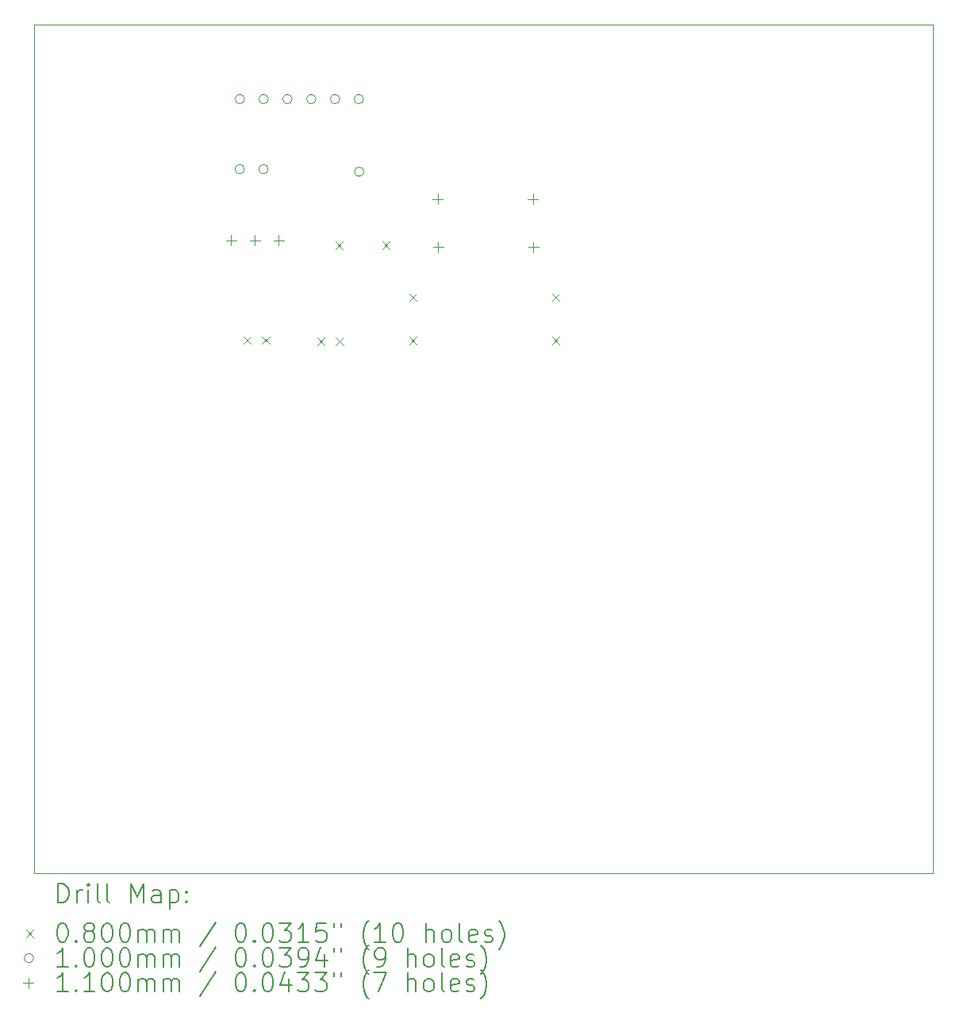
<source format=gbr>
%TF.GenerationSoftware,KiCad,Pcbnew,8.0.3*%
%TF.CreationDate,2024-06-12T06:35:09+01:00*%
%TF.ProjectId,power_sources,706f7765-725f-4736-9f75-726365732e6b,rev?*%
%TF.SameCoordinates,Original*%
%TF.FileFunction,Drillmap*%
%TF.FilePolarity,Positive*%
%FSLAX45Y45*%
G04 Gerber Fmt 4.5, Leading zero omitted, Abs format (unit mm)*
G04 Created by KiCad (PCBNEW 8.0.3) date 2024-06-12 06:35:09*
%MOMM*%
%LPD*%
G01*
G04 APERTURE LIST*
%ADD10C,0.050000*%
%ADD11C,0.200000*%
%ADD12C,0.100000*%
%ADD13C,0.110000*%
G04 APERTURE END LIST*
D10*
X9003000Y-3988000D02*
X18601000Y-3988000D01*
X18601000Y-13043000D01*
X9003000Y-13043000D01*
X9003000Y-3988000D01*
D11*
D12*
X11237490Y-7318000D02*
X11317490Y-7398000D01*
X11317490Y-7318000D02*
X11237490Y-7398000D01*
X11437490Y-7318000D02*
X11517490Y-7398000D01*
X11517490Y-7318000D02*
X11437490Y-7398000D01*
X12025000Y-7329000D02*
X12105000Y-7409000D01*
X12105000Y-7329000D02*
X12025000Y-7409000D01*
X12221000Y-6307000D02*
X12301000Y-6387000D01*
X12301000Y-6307000D02*
X12221000Y-6387000D01*
X12225000Y-7329000D02*
X12305000Y-7409000D01*
X12305000Y-7329000D02*
X12225000Y-7409000D01*
X12721000Y-6307000D02*
X12801000Y-6387000D01*
X12801000Y-6307000D02*
X12721000Y-6387000D01*
X13008000Y-7321000D02*
X13088000Y-7401000D01*
X13088000Y-7321000D02*
X13008000Y-7401000D01*
X13009000Y-6860000D02*
X13089000Y-6940000D01*
X13089000Y-6860000D02*
X13009000Y-6940000D01*
X14532000Y-7321000D02*
X14612000Y-7401000D01*
X14612000Y-7321000D02*
X14532000Y-7401000D01*
X14533000Y-6860000D02*
X14613000Y-6940000D01*
X14613000Y-6860000D02*
X14533000Y-6940000D01*
X11250000Y-5534500D02*
G75*
G02*
X11150000Y-5534500I-50000J0D01*
G01*
X11150000Y-5534500D02*
G75*
G02*
X11250000Y-5534500I50000J0D01*
G01*
X11251000Y-4786000D02*
G75*
G02*
X11151000Y-4786000I-50000J0D01*
G01*
X11151000Y-4786000D02*
G75*
G02*
X11251000Y-4786000I50000J0D01*
G01*
X11504000Y-5534500D02*
G75*
G02*
X11404000Y-5534500I-50000J0D01*
G01*
X11404000Y-5534500D02*
G75*
G02*
X11504000Y-5534500I50000J0D01*
G01*
X11505000Y-4786000D02*
G75*
G02*
X11405000Y-4786000I-50000J0D01*
G01*
X11405000Y-4786000D02*
G75*
G02*
X11505000Y-4786000I50000J0D01*
G01*
X11759000Y-4786000D02*
G75*
G02*
X11659000Y-4786000I-50000J0D01*
G01*
X11659000Y-4786000D02*
G75*
G02*
X11759000Y-4786000I50000J0D01*
G01*
X12013000Y-4786000D02*
G75*
G02*
X11913000Y-4786000I-50000J0D01*
G01*
X11913000Y-4786000D02*
G75*
G02*
X12013000Y-4786000I50000J0D01*
G01*
X12267000Y-4786000D02*
G75*
G02*
X12167000Y-4786000I-50000J0D01*
G01*
X12167000Y-4786000D02*
G75*
G02*
X12267000Y-4786000I50000J0D01*
G01*
X12521000Y-4786000D02*
G75*
G02*
X12421000Y-4786000I-50000J0D01*
G01*
X12421000Y-4786000D02*
G75*
G02*
X12521000Y-4786000I50000J0D01*
G01*
X12525000Y-5561000D02*
G75*
G02*
X12425000Y-5561000I-50000J0D01*
G01*
X12425000Y-5561000D02*
G75*
G02*
X12525000Y-5561000I50000J0D01*
G01*
D13*
X11106000Y-6236000D02*
X11106000Y-6346000D01*
X11051000Y-6291000D02*
X11161000Y-6291000D01*
X11360000Y-6236000D02*
X11360000Y-6346000D01*
X11305000Y-6291000D02*
X11415000Y-6291000D01*
X11614000Y-6236000D02*
X11614000Y-6346000D01*
X11559000Y-6291000D02*
X11669000Y-6291000D01*
X13313000Y-5799000D02*
X13313000Y-5909000D01*
X13258000Y-5854000D02*
X13368000Y-5854000D01*
X13319000Y-6311000D02*
X13319000Y-6421000D01*
X13264000Y-6366000D02*
X13374000Y-6366000D01*
X14329000Y-5799000D02*
X14329000Y-5909000D01*
X14274000Y-5854000D02*
X14384000Y-5854000D01*
X14335000Y-6311000D02*
X14335000Y-6421000D01*
X14280000Y-6366000D02*
X14390000Y-6366000D01*
D11*
X9261277Y-13356984D02*
X9261277Y-13156984D01*
X9261277Y-13156984D02*
X9308896Y-13156984D01*
X9308896Y-13156984D02*
X9337467Y-13166508D01*
X9337467Y-13166508D02*
X9356515Y-13185555D01*
X9356515Y-13185555D02*
X9366039Y-13204603D01*
X9366039Y-13204603D02*
X9375563Y-13242698D01*
X9375563Y-13242698D02*
X9375563Y-13271269D01*
X9375563Y-13271269D02*
X9366039Y-13309365D01*
X9366039Y-13309365D02*
X9356515Y-13328412D01*
X9356515Y-13328412D02*
X9337467Y-13347460D01*
X9337467Y-13347460D02*
X9308896Y-13356984D01*
X9308896Y-13356984D02*
X9261277Y-13356984D01*
X9461277Y-13356984D02*
X9461277Y-13223650D01*
X9461277Y-13261746D02*
X9470801Y-13242698D01*
X9470801Y-13242698D02*
X9480324Y-13233174D01*
X9480324Y-13233174D02*
X9499372Y-13223650D01*
X9499372Y-13223650D02*
X9518420Y-13223650D01*
X9585086Y-13356984D02*
X9585086Y-13223650D01*
X9585086Y-13156984D02*
X9575563Y-13166508D01*
X9575563Y-13166508D02*
X9585086Y-13176031D01*
X9585086Y-13176031D02*
X9594610Y-13166508D01*
X9594610Y-13166508D02*
X9585086Y-13156984D01*
X9585086Y-13156984D02*
X9585086Y-13176031D01*
X9708896Y-13356984D02*
X9689848Y-13347460D01*
X9689848Y-13347460D02*
X9680324Y-13328412D01*
X9680324Y-13328412D02*
X9680324Y-13156984D01*
X9813658Y-13356984D02*
X9794610Y-13347460D01*
X9794610Y-13347460D02*
X9785086Y-13328412D01*
X9785086Y-13328412D02*
X9785086Y-13156984D01*
X10042229Y-13356984D02*
X10042229Y-13156984D01*
X10042229Y-13156984D02*
X10108896Y-13299841D01*
X10108896Y-13299841D02*
X10175563Y-13156984D01*
X10175563Y-13156984D02*
X10175563Y-13356984D01*
X10356515Y-13356984D02*
X10356515Y-13252222D01*
X10356515Y-13252222D02*
X10346991Y-13233174D01*
X10346991Y-13233174D02*
X10327944Y-13223650D01*
X10327944Y-13223650D02*
X10289848Y-13223650D01*
X10289848Y-13223650D02*
X10270801Y-13233174D01*
X10356515Y-13347460D02*
X10337467Y-13356984D01*
X10337467Y-13356984D02*
X10289848Y-13356984D01*
X10289848Y-13356984D02*
X10270801Y-13347460D01*
X10270801Y-13347460D02*
X10261277Y-13328412D01*
X10261277Y-13328412D02*
X10261277Y-13309365D01*
X10261277Y-13309365D02*
X10270801Y-13290317D01*
X10270801Y-13290317D02*
X10289848Y-13280793D01*
X10289848Y-13280793D02*
X10337467Y-13280793D01*
X10337467Y-13280793D02*
X10356515Y-13271269D01*
X10451753Y-13223650D02*
X10451753Y-13423650D01*
X10451753Y-13233174D02*
X10470801Y-13223650D01*
X10470801Y-13223650D02*
X10508896Y-13223650D01*
X10508896Y-13223650D02*
X10527944Y-13233174D01*
X10527944Y-13233174D02*
X10537467Y-13242698D01*
X10537467Y-13242698D02*
X10546991Y-13261746D01*
X10546991Y-13261746D02*
X10546991Y-13318888D01*
X10546991Y-13318888D02*
X10537467Y-13337936D01*
X10537467Y-13337936D02*
X10527944Y-13347460D01*
X10527944Y-13347460D02*
X10508896Y-13356984D01*
X10508896Y-13356984D02*
X10470801Y-13356984D01*
X10470801Y-13356984D02*
X10451753Y-13347460D01*
X10632705Y-13337936D02*
X10642229Y-13347460D01*
X10642229Y-13347460D02*
X10632705Y-13356984D01*
X10632705Y-13356984D02*
X10623182Y-13347460D01*
X10623182Y-13347460D02*
X10632705Y-13337936D01*
X10632705Y-13337936D02*
X10632705Y-13356984D01*
X10632705Y-13233174D02*
X10642229Y-13242698D01*
X10642229Y-13242698D02*
X10632705Y-13252222D01*
X10632705Y-13252222D02*
X10623182Y-13242698D01*
X10623182Y-13242698D02*
X10632705Y-13233174D01*
X10632705Y-13233174D02*
X10632705Y-13252222D01*
D12*
X8920500Y-13645500D02*
X9000500Y-13725500D01*
X9000500Y-13645500D02*
X8920500Y-13725500D01*
D11*
X9299372Y-13576984D02*
X9318420Y-13576984D01*
X9318420Y-13576984D02*
X9337467Y-13586508D01*
X9337467Y-13586508D02*
X9346991Y-13596031D01*
X9346991Y-13596031D02*
X9356515Y-13615079D01*
X9356515Y-13615079D02*
X9366039Y-13653174D01*
X9366039Y-13653174D02*
X9366039Y-13700793D01*
X9366039Y-13700793D02*
X9356515Y-13738888D01*
X9356515Y-13738888D02*
X9346991Y-13757936D01*
X9346991Y-13757936D02*
X9337467Y-13767460D01*
X9337467Y-13767460D02*
X9318420Y-13776984D01*
X9318420Y-13776984D02*
X9299372Y-13776984D01*
X9299372Y-13776984D02*
X9280324Y-13767460D01*
X9280324Y-13767460D02*
X9270801Y-13757936D01*
X9270801Y-13757936D02*
X9261277Y-13738888D01*
X9261277Y-13738888D02*
X9251753Y-13700793D01*
X9251753Y-13700793D02*
X9251753Y-13653174D01*
X9251753Y-13653174D02*
X9261277Y-13615079D01*
X9261277Y-13615079D02*
X9270801Y-13596031D01*
X9270801Y-13596031D02*
X9280324Y-13586508D01*
X9280324Y-13586508D02*
X9299372Y-13576984D01*
X9451753Y-13757936D02*
X9461277Y-13767460D01*
X9461277Y-13767460D02*
X9451753Y-13776984D01*
X9451753Y-13776984D02*
X9442229Y-13767460D01*
X9442229Y-13767460D02*
X9451753Y-13757936D01*
X9451753Y-13757936D02*
X9451753Y-13776984D01*
X9575563Y-13662698D02*
X9556515Y-13653174D01*
X9556515Y-13653174D02*
X9546991Y-13643650D01*
X9546991Y-13643650D02*
X9537467Y-13624603D01*
X9537467Y-13624603D02*
X9537467Y-13615079D01*
X9537467Y-13615079D02*
X9546991Y-13596031D01*
X9546991Y-13596031D02*
X9556515Y-13586508D01*
X9556515Y-13586508D02*
X9575563Y-13576984D01*
X9575563Y-13576984D02*
X9613658Y-13576984D01*
X9613658Y-13576984D02*
X9632705Y-13586508D01*
X9632705Y-13586508D02*
X9642229Y-13596031D01*
X9642229Y-13596031D02*
X9651753Y-13615079D01*
X9651753Y-13615079D02*
X9651753Y-13624603D01*
X9651753Y-13624603D02*
X9642229Y-13643650D01*
X9642229Y-13643650D02*
X9632705Y-13653174D01*
X9632705Y-13653174D02*
X9613658Y-13662698D01*
X9613658Y-13662698D02*
X9575563Y-13662698D01*
X9575563Y-13662698D02*
X9556515Y-13672222D01*
X9556515Y-13672222D02*
X9546991Y-13681746D01*
X9546991Y-13681746D02*
X9537467Y-13700793D01*
X9537467Y-13700793D02*
X9537467Y-13738888D01*
X9537467Y-13738888D02*
X9546991Y-13757936D01*
X9546991Y-13757936D02*
X9556515Y-13767460D01*
X9556515Y-13767460D02*
X9575563Y-13776984D01*
X9575563Y-13776984D02*
X9613658Y-13776984D01*
X9613658Y-13776984D02*
X9632705Y-13767460D01*
X9632705Y-13767460D02*
X9642229Y-13757936D01*
X9642229Y-13757936D02*
X9651753Y-13738888D01*
X9651753Y-13738888D02*
X9651753Y-13700793D01*
X9651753Y-13700793D02*
X9642229Y-13681746D01*
X9642229Y-13681746D02*
X9632705Y-13672222D01*
X9632705Y-13672222D02*
X9613658Y-13662698D01*
X9775563Y-13576984D02*
X9794610Y-13576984D01*
X9794610Y-13576984D02*
X9813658Y-13586508D01*
X9813658Y-13586508D02*
X9823182Y-13596031D01*
X9823182Y-13596031D02*
X9832705Y-13615079D01*
X9832705Y-13615079D02*
X9842229Y-13653174D01*
X9842229Y-13653174D02*
X9842229Y-13700793D01*
X9842229Y-13700793D02*
X9832705Y-13738888D01*
X9832705Y-13738888D02*
X9823182Y-13757936D01*
X9823182Y-13757936D02*
X9813658Y-13767460D01*
X9813658Y-13767460D02*
X9794610Y-13776984D01*
X9794610Y-13776984D02*
X9775563Y-13776984D01*
X9775563Y-13776984D02*
X9756515Y-13767460D01*
X9756515Y-13767460D02*
X9746991Y-13757936D01*
X9746991Y-13757936D02*
X9737467Y-13738888D01*
X9737467Y-13738888D02*
X9727944Y-13700793D01*
X9727944Y-13700793D02*
X9727944Y-13653174D01*
X9727944Y-13653174D02*
X9737467Y-13615079D01*
X9737467Y-13615079D02*
X9746991Y-13596031D01*
X9746991Y-13596031D02*
X9756515Y-13586508D01*
X9756515Y-13586508D02*
X9775563Y-13576984D01*
X9966039Y-13576984D02*
X9985086Y-13576984D01*
X9985086Y-13576984D02*
X10004134Y-13586508D01*
X10004134Y-13586508D02*
X10013658Y-13596031D01*
X10013658Y-13596031D02*
X10023182Y-13615079D01*
X10023182Y-13615079D02*
X10032705Y-13653174D01*
X10032705Y-13653174D02*
X10032705Y-13700793D01*
X10032705Y-13700793D02*
X10023182Y-13738888D01*
X10023182Y-13738888D02*
X10013658Y-13757936D01*
X10013658Y-13757936D02*
X10004134Y-13767460D01*
X10004134Y-13767460D02*
X9985086Y-13776984D01*
X9985086Y-13776984D02*
X9966039Y-13776984D01*
X9966039Y-13776984D02*
X9946991Y-13767460D01*
X9946991Y-13767460D02*
X9937467Y-13757936D01*
X9937467Y-13757936D02*
X9927944Y-13738888D01*
X9927944Y-13738888D02*
X9918420Y-13700793D01*
X9918420Y-13700793D02*
X9918420Y-13653174D01*
X9918420Y-13653174D02*
X9927944Y-13615079D01*
X9927944Y-13615079D02*
X9937467Y-13596031D01*
X9937467Y-13596031D02*
X9946991Y-13586508D01*
X9946991Y-13586508D02*
X9966039Y-13576984D01*
X10118420Y-13776984D02*
X10118420Y-13643650D01*
X10118420Y-13662698D02*
X10127944Y-13653174D01*
X10127944Y-13653174D02*
X10146991Y-13643650D01*
X10146991Y-13643650D02*
X10175563Y-13643650D01*
X10175563Y-13643650D02*
X10194610Y-13653174D01*
X10194610Y-13653174D02*
X10204134Y-13672222D01*
X10204134Y-13672222D02*
X10204134Y-13776984D01*
X10204134Y-13672222D02*
X10213658Y-13653174D01*
X10213658Y-13653174D02*
X10232705Y-13643650D01*
X10232705Y-13643650D02*
X10261277Y-13643650D01*
X10261277Y-13643650D02*
X10280325Y-13653174D01*
X10280325Y-13653174D02*
X10289848Y-13672222D01*
X10289848Y-13672222D02*
X10289848Y-13776984D01*
X10385086Y-13776984D02*
X10385086Y-13643650D01*
X10385086Y-13662698D02*
X10394610Y-13653174D01*
X10394610Y-13653174D02*
X10413658Y-13643650D01*
X10413658Y-13643650D02*
X10442229Y-13643650D01*
X10442229Y-13643650D02*
X10461277Y-13653174D01*
X10461277Y-13653174D02*
X10470801Y-13672222D01*
X10470801Y-13672222D02*
X10470801Y-13776984D01*
X10470801Y-13672222D02*
X10480325Y-13653174D01*
X10480325Y-13653174D02*
X10499372Y-13643650D01*
X10499372Y-13643650D02*
X10527944Y-13643650D01*
X10527944Y-13643650D02*
X10546991Y-13653174D01*
X10546991Y-13653174D02*
X10556515Y-13672222D01*
X10556515Y-13672222D02*
X10556515Y-13776984D01*
X10946991Y-13567460D02*
X10775563Y-13824603D01*
X11204134Y-13576984D02*
X11223182Y-13576984D01*
X11223182Y-13576984D02*
X11242229Y-13586508D01*
X11242229Y-13586508D02*
X11251753Y-13596031D01*
X11251753Y-13596031D02*
X11261277Y-13615079D01*
X11261277Y-13615079D02*
X11270801Y-13653174D01*
X11270801Y-13653174D02*
X11270801Y-13700793D01*
X11270801Y-13700793D02*
X11261277Y-13738888D01*
X11261277Y-13738888D02*
X11251753Y-13757936D01*
X11251753Y-13757936D02*
X11242229Y-13767460D01*
X11242229Y-13767460D02*
X11223182Y-13776984D01*
X11223182Y-13776984D02*
X11204134Y-13776984D01*
X11204134Y-13776984D02*
X11185086Y-13767460D01*
X11185086Y-13767460D02*
X11175563Y-13757936D01*
X11175563Y-13757936D02*
X11166039Y-13738888D01*
X11166039Y-13738888D02*
X11156515Y-13700793D01*
X11156515Y-13700793D02*
X11156515Y-13653174D01*
X11156515Y-13653174D02*
X11166039Y-13615079D01*
X11166039Y-13615079D02*
X11175563Y-13596031D01*
X11175563Y-13596031D02*
X11185086Y-13586508D01*
X11185086Y-13586508D02*
X11204134Y-13576984D01*
X11356515Y-13757936D02*
X11366039Y-13767460D01*
X11366039Y-13767460D02*
X11356515Y-13776984D01*
X11356515Y-13776984D02*
X11346991Y-13767460D01*
X11346991Y-13767460D02*
X11356515Y-13757936D01*
X11356515Y-13757936D02*
X11356515Y-13776984D01*
X11489848Y-13576984D02*
X11508896Y-13576984D01*
X11508896Y-13576984D02*
X11527944Y-13586508D01*
X11527944Y-13586508D02*
X11537467Y-13596031D01*
X11537467Y-13596031D02*
X11546991Y-13615079D01*
X11546991Y-13615079D02*
X11556515Y-13653174D01*
X11556515Y-13653174D02*
X11556515Y-13700793D01*
X11556515Y-13700793D02*
X11546991Y-13738888D01*
X11546991Y-13738888D02*
X11537467Y-13757936D01*
X11537467Y-13757936D02*
X11527944Y-13767460D01*
X11527944Y-13767460D02*
X11508896Y-13776984D01*
X11508896Y-13776984D02*
X11489848Y-13776984D01*
X11489848Y-13776984D02*
X11470801Y-13767460D01*
X11470801Y-13767460D02*
X11461277Y-13757936D01*
X11461277Y-13757936D02*
X11451753Y-13738888D01*
X11451753Y-13738888D02*
X11442229Y-13700793D01*
X11442229Y-13700793D02*
X11442229Y-13653174D01*
X11442229Y-13653174D02*
X11451753Y-13615079D01*
X11451753Y-13615079D02*
X11461277Y-13596031D01*
X11461277Y-13596031D02*
X11470801Y-13586508D01*
X11470801Y-13586508D02*
X11489848Y-13576984D01*
X11623182Y-13576984D02*
X11746991Y-13576984D01*
X11746991Y-13576984D02*
X11680325Y-13653174D01*
X11680325Y-13653174D02*
X11708896Y-13653174D01*
X11708896Y-13653174D02*
X11727944Y-13662698D01*
X11727944Y-13662698D02*
X11737467Y-13672222D01*
X11737467Y-13672222D02*
X11746991Y-13691269D01*
X11746991Y-13691269D02*
X11746991Y-13738888D01*
X11746991Y-13738888D02*
X11737467Y-13757936D01*
X11737467Y-13757936D02*
X11727944Y-13767460D01*
X11727944Y-13767460D02*
X11708896Y-13776984D01*
X11708896Y-13776984D02*
X11651753Y-13776984D01*
X11651753Y-13776984D02*
X11632706Y-13767460D01*
X11632706Y-13767460D02*
X11623182Y-13757936D01*
X11937467Y-13776984D02*
X11823182Y-13776984D01*
X11880325Y-13776984D02*
X11880325Y-13576984D01*
X11880325Y-13576984D02*
X11861277Y-13605555D01*
X11861277Y-13605555D02*
X11842229Y-13624603D01*
X11842229Y-13624603D02*
X11823182Y-13634127D01*
X12118420Y-13576984D02*
X12023182Y-13576984D01*
X12023182Y-13576984D02*
X12013658Y-13672222D01*
X12013658Y-13672222D02*
X12023182Y-13662698D01*
X12023182Y-13662698D02*
X12042229Y-13653174D01*
X12042229Y-13653174D02*
X12089848Y-13653174D01*
X12089848Y-13653174D02*
X12108896Y-13662698D01*
X12108896Y-13662698D02*
X12118420Y-13672222D01*
X12118420Y-13672222D02*
X12127944Y-13691269D01*
X12127944Y-13691269D02*
X12127944Y-13738888D01*
X12127944Y-13738888D02*
X12118420Y-13757936D01*
X12118420Y-13757936D02*
X12108896Y-13767460D01*
X12108896Y-13767460D02*
X12089848Y-13776984D01*
X12089848Y-13776984D02*
X12042229Y-13776984D01*
X12042229Y-13776984D02*
X12023182Y-13767460D01*
X12023182Y-13767460D02*
X12013658Y-13757936D01*
X12204134Y-13576984D02*
X12204134Y-13615079D01*
X12280325Y-13576984D02*
X12280325Y-13615079D01*
X12575563Y-13853174D02*
X12566039Y-13843650D01*
X12566039Y-13843650D02*
X12546991Y-13815079D01*
X12546991Y-13815079D02*
X12537468Y-13796031D01*
X12537468Y-13796031D02*
X12527944Y-13767460D01*
X12527944Y-13767460D02*
X12518420Y-13719841D01*
X12518420Y-13719841D02*
X12518420Y-13681746D01*
X12518420Y-13681746D02*
X12527944Y-13634127D01*
X12527944Y-13634127D02*
X12537468Y-13605555D01*
X12537468Y-13605555D02*
X12546991Y-13586508D01*
X12546991Y-13586508D02*
X12566039Y-13557936D01*
X12566039Y-13557936D02*
X12575563Y-13548412D01*
X12756515Y-13776984D02*
X12642229Y-13776984D01*
X12699372Y-13776984D02*
X12699372Y-13576984D01*
X12699372Y-13576984D02*
X12680325Y-13605555D01*
X12680325Y-13605555D02*
X12661277Y-13624603D01*
X12661277Y-13624603D02*
X12642229Y-13634127D01*
X12880325Y-13576984D02*
X12899372Y-13576984D01*
X12899372Y-13576984D02*
X12918420Y-13586508D01*
X12918420Y-13586508D02*
X12927944Y-13596031D01*
X12927944Y-13596031D02*
X12937468Y-13615079D01*
X12937468Y-13615079D02*
X12946991Y-13653174D01*
X12946991Y-13653174D02*
X12946991Y-13700793D01*
X12946991Y-13700793D02*
X12937468Y-13738888D01*
X12937468Y-13738888D02*
X12927944Y-13757936D01*
X12927944Y-13757936D02*
X12918420Y-13767460D01*
X12918420Y-13767460D02*
X12899372Y-13776984D01*
X12899372Y-13776984D02*
X12880325Y-13776984D01*
X12880325Y-13776984D02*
X12861277Y-13767460D01*
X12861277Y-13767460D02*
X12851753Y-13757936D01*
X12851753Y-13757936D02*
X12842229Y-13738888D01*
X12842229Y-13738888D02*
X12832706Y-13700793D01*
X12832706Y-13700793D02*
X12832706Y-13653174D01*
X12832706Y-13653174D02*
X12842229Y-13615079D01*
X12842229Y-13615079D02*
X12851753Y-13596031D01*
X12851753Y-13596031D02*
X12861277Y-13586508D01*
X12861277Y-13586508D02*
X12880325Y-13576984D01*
X13185087Y-13776984D02*
X13185087Y-13576984D01*
X13270801Y-13776984D02*
X13270801Y-13672222D01*
X13270801Y-13672222D02*
X13261277Y-13653174D01*
X13261277Y-13653174D02*
X13242230Y-13643650D01*
X13242230Y-13643650D02*
X13213658Y-13643650D01*
X13213658Y-13643650D02*
X13194610Y-13653174D01*
X13194610Y-13653174D02*
X13185087Y-13662698D01*
X13394610Y-13776984D02*
X13375563Y-13767460D01*
X13375563Y-13767460D02*
X13366039Y-13757936D01*
X13366039Y-13757936D02*
X13356515Y-13738888D01*
X13356515Y-13738888D02*
X13356515Y-13681746D01*
X13356515Y-13681746D02*
X13366039Y-13662698D01*
X13366039Y-13662698D02*
X13375563Y-13653174D01*
X13375563Y-13653174D02*
X13394610Y-13643650D01*
X13394610Y-13643650D02*
X13423182Y-13643650D01*
X13423182Y-13643650D02*
X13442230Y-13653174D01*
X13442230Y-13653174D02*
X13451753Y-13662698D01*
X13451753Y-13662698D02*
X13461277Y-13681746D01*
X13461277Y-13681746D02*
X13461277Y-13738888D01*
X13461277Y-13738888D02*
X13451753Y-13757936D01*
X13451753Y-13757936D02*
X13442230Y-13767460D01*
X13442230Y-13767460D02*
X13423182Y-13776984D01*
X13423182Y-13776984D02*
X13394610Y-13776984D01*
X13575563Y-13776984D02*
X13556515Y-13767460D01*
X13556515Y-13767460D02*
X13546991Y-13748412D01*
X13546991Y-13748412D02*
X13546991Y-13576984D01*
X13727944Y-13767460D02*
X13708896Y-13776984D01*
X13708896Y-13776984D02*
X13670801Y-13776984D01*
X13670801Y-13776984D02*
X13651753Y-13767460D01*
X13651753Y-13767460D02*
X13642230Y-13748412D01*
X13642230Y-13748412D02*
X13642230Y-13672222D01*
X13642230Y-13672222D02*
X13651753Y-13653174D01*
X13651753Y-13653174D02*
X13670801Y-13643650D01*
X13670801Y-13643650D02*
X13708896Y-13643650D01*
X13708896Y-13643650D02*
X13727944Y-13653174D01*
X13727944Y-13653174D02*
X13737468Y-13672222D01*
X13737468Y-13672222D02*
X13737468Y-13691269D01*
X13737468Y-13691269D02*
X13642230Y-13710317D01*
X13813658Y-13767460D02*
X13832706Y-13776984D01*
X13832706Y-13776984D02*
X13870801Y-13776984D01*
X13870801Y-13776984D02*
X13889849Y-13767460D01*
X13889849Y-13767460D02*
X13899372Y-13748412D01*
X13899372Y-13748412D02*
X13899372Y-13738888D01*
X13899372Y-13738888D02*
X13889849Y-13719841D01*
X13889849Y-13719841D02*
X13870801Y-13710317D01*
X13870801Y-13710317D02*
X13842230Y-13710317D01*
X13842230Y-13710317D02*
X13823182Y-13700793D01*
X13823182Y-13700793D02*
X13813658Y-13681746D01*
X13813658Y-13681746D02*
X13813658Y-13672222D01*
X13813658Y-13672222D02*
X13823182Y-13653174D01*
X13823182Y-13653174D02*
X13842230Y-13643650D01*
X13842230Y-13643650D02*
X13870801Y-13643650D01*
X13870801Y-13643650D02*
X13889849Y-13653174D01*
X13966039Y-13853174D02*
X13975563Y-13843650D01*
X13975563Y-13843650D02*
X13994611Y-13815079D01*
X13994611Y-13815079D02*
X14004134Y-13796031D01*
X14004134Y-13796031D02*
X14013658Y-13767460D01*
X14013658Y-13767460D02*
X14023182Y-13719841D01*
X14023182Y-13719841D02*
X14023182Y-13681746D01*
X14023182Y-13681746D02*
X14013658Y-13634127D01*
X14013658Y-13634127D02*
X14004134Y-13605555D01*
X14004134Y-13605555D02*
X13994611Y-13586508D01*
X13994611Y-13586508D02*
X13975563Y-13557936D01*
X13975563Y-13557936D02*
X13966039Y-13548412D01*
D12*
X9000500Y-13949500D02*
G75*
G02*
X8900500Y-13949500I-50000J0D01*
G01*
X8900500Y-13949500D02*
G75*
G02*
X9000500Y-13949500I50000J0D01*
G01*
D11*
X9366039Y-14040984D02*
X9251753Y-14040984D01*
X9308896Y-14040984D02*
X9308896Y-13840984D01*
X9308896Y-13840984D02*
X9289848Y-13869555D01*
X9289848Y-13869555D02*
X9270801Y-13888603D01*
X9270801Y-13888603D02*
X9251753Y-13898127D01*
X9451753Y-14021936D02*
X9461277Y-14031460D01*
X9461277Y-14031460D02*
X9451753Y-14040984D01*
X9451753Y-14040984D02*
X9442229Y-14031460D01*
X9442229Y-14031460D02*
X9451753Y-14021936D01*
X9451753Y-14021936D02*
X9451753Y-14040984D01*
X9585086Y-13840984D02*
X9604134Y-13840984D01*
X9604134Y-13840984D02*
X9623182Y-13850508D01*
X9623182Y-13850508D02*
X9632705Y-13860031D01*
X9632705Y-13860031D02*
X9642229Y-13879079D01*
X9642229Y-13879079D02*
X9651753Y-13917174D01*
X9651753Y-13917174D02*
X9651753Y-13964793D01*
X9651753Y-13964793D02*
X9642229Y-14002888D01*
X9642229Y-14002888D02*
X9632705Y-14021936D01*
X9632705Y-14021936D02*
X9623182Y-14031460D01*
X9623182Y-14031460D02*
X9604134Y-14040984D01*
X9604134Y-14040984D02*
X9585086Y-14040984D01*
X9585086Y-14040984D02*
X9566039Y-14031460D01*
X9566039Y-14031460D02*
X9556515Y-14021936D01*
X9556515Y-14021936D02*
X9546991Y-14002888D01*
X9546991Y-14002888D02*
X9537467Y-13964793D01*
X9537467Y-13964793D02*
X9537467Y-13917174D01*
X9537467Y-13917174D02*
X9546991Y-13879079D01*
X9546991Y-13879079D02*
X9556515Y-13860031D01*
X9556515Y-13860031D02*
X9566039Y-13850508D01*
X9566039Y-13850508D02*
X9585086Y-13840984D01*
X9775563Y-13840984D02*
X9794610Y-13840984D01*
X9794610Y-13840984D02*
X9813658Y-13850508D01*
X9813658Y-13850508D02*
X9823182Y-13860031D01*
X9823182Y-13860031D02*
X9832705Y-13879079D01*
X9832705Y-13879079D02*
X9842229Y-13917174D01*
X9842229Y-13917174D02*
X9842229Y-13964793D01*
X9842229Y-13964793D02*
X9832705Y-14002888D01*
X9832705Y-14002888D02*
X9823182Y-14021936D01*
X9823182Y-14021936D02*
X9813658Y-14031460D01*
X9813658Y-14031460D02*
X9794610Y-14040984D01*
X9794610Y-14040984D02*
X9775563Y-14040984D01*
X9775563Y-14040984D02*
X9756515Y-14031460D01*
X9756515Y-14031460D02*
X9746991Y-14021936D01*
X9746991Y-14021936D02*
X9737467Y-14002888D01*
X9737467Y-14002888D02*
X9727944Y-13964793D01*
X9727944Y-13964793D02*
X9727944Y-13917174D01*
X9727944Y-13917174D02*
X9737467Y-13879079D01*
X9737467Y-13879079D02*
X9746991Y-13860031D01*
X9746991Y-13860031D02*
X9756515Y-13850508D01*
X9756515Y-13850508D02*
X9775563Y-13840984D01*
X9966039Y-13840984D02*
X9985086Y-13840984D01*
X9985086Y-13840984D02*
X10004134Y-13850508D01*
X10004134Y-13850508D02*
X10013658Y-13860031D01*
X10013658Y-13860031D02*
X10023182Y-13879079D01*
X10023182Y-13879079D02*
X10032705Y-13917174D01*
X10032705Y-13917174D02*
X10032705Y-13964793D01*
X10032705Y-13964793D02*
X10023182Y-14002888D01*
X10023182Y-14002888D02*
X10013658Y-14021936D01*
X10013658Y-14021936D02*
X10004134Y-14031460D01*
X10004134Y-14031460D02*
X9985086Y-14040984D01*
X9985086Y-14040984D02*
X9966039Y-14040984D01*
X9966039Y-14040984D02*
X9946991Y-14031460D01*
X9946991Y-14031460D02*
X9937467Y-14021936D01*
X9937467Y-14021936D02*
X9927944Y-14002888D01*
X9927944Y-14002888D02*
X9918420Y-13964793D01*
X9918420Y-13964793D02*
X9918420Y-13917174D01*
X9918420Y-13917174D02*
X9927944Y-13879079D01*
X9927944Y-13879079D02*
X9937467Y-13860031D01*
X9937467Y-13860031D02*
X9946991Y-13850508D01*
X9946991Y-13850508D02*
X9966039Y-13840984D01*
X10118420Y-14040984D02*
X10118420Y-13907650D01*
X10118420Y-13926698D02*
X10127944Y-13917174D01*
X10127944Y-13917174D02*
X10146991Y-13907650D01*
X10146991Y-13907650D02*
X10175563Y-13907650D01*
X10175563Y-13907650D02*
X10194610Y-13917174D01*
X10194610Y-13917174D02*
X10204134Y-13936222D01*
X10204134Y-13936222D02*
X10204134Y-14040984D01*
X10204134Y-13936222D02*
X10213658Y-13917174D01*
X10213658Y-13917174D02*
X10232705Y-13907650D01*
X10232705Y-13907650D02*
X10261277Y-13907650D01*
X10261277Y-13907650D02*
X10280325Y-13917174D01*
X10280325Y-13917174D02*
X10289848Y-13936222D01*
X10289848Y-13936222D02*
X10289848Y-14040984D01*
X10385086Y-14040984D02*
X10385086Y-13907650D01*
X10385086Y-13926698D02*
X10394610Y-13917174D01*
X10394610Y-13917174D02*
X10413658Y-13907650D01*
X10413658Y-13907650D02*
X10442229Y-13907650D01*
X10442229Y-13907650D02*
X10461277Y-13917174D01*
X10461277Y-13917174D02*
X10470801Y-13936222D01*
X10470801Y-13936222D02*
X10470801Y-14040984D01*
X10470801Y-13936222D02*
X10480325Y-13917174D01*
X10480325Y-13917174D02*
X10499372Y-13907650D01*
X10499372Y-13907650D02*
X10527944Y-13907650D01*
X10527944Y-13907650D02*
X10546991Y-13917174D01*
X10546991Y-13917174D02*
X10556515Y-13936222D01*
X10556515Y-13936222D02*
X10556515Y-14040984D01*
X10946991Y-13831460D02*
X10775563Y-14088603D01*
X11204134Y-13840984D02*
X11223182Y-13840984D01*
X11223182Y-13840984D02*
X11242229Y-13850508D01*
X11242229Y-13850508D02*
X11251753Y-13860031D01*
X11251753Y-13860031D02*
X11261277Y-13879079D01*
X11261277Y-13879079D02*
X11270801Y-13917174D01*
X11270801Y-13917174D02*
X11270801Y-13964793D01*
X11270801Y-13964793D02*
X11261277Y-14002888D01*
X11261277Y-14002888D02*
X11251753Y-14021936D01*
X11251753Y-14021936D02*
X11242229Y-14031460D01*
X11242229Y-14031460D02*
X11223182Y-14040984D01*
X11223182Y-14040984D02*
X11204134Y-14040984D01*
X11204134Y-14040984D02*
X11185086Y-14031460D01*
X11185086Y-14031460D02*
X11175563Y-14021936D01*
X11175563Y-14021936D02*
X11166039Y-14002888D01*
X11166039Y-14002888D02*
X11156515Y-13964793D01*
X11156515Y-13964793D02*
X11156515Y-13917174D01*
X11156515Y-13917174D02*
X11166039Y-13879079D01*
X11166039Y-13879079D02*
X11175563Y-13860031D01*
X11175563Y-13860031D02*
X11185086Y-13850508D01*
X11185086Y-13850508D02*
X11204134Y-13840984D01*
X11356515Y-14021936D02*
X11366039Y-14031460D01*
X11366039Y-14031460D02*
X11356515Y-14040984D01*
X11356515Y-14040984D02*
X11346991Y-14031460D01*
X11346991Y-14031460D02*
X11356515Y-14021936D01*
X11356515Y-14021936D02*
X11356515Y-14040984D01*
X11489848Y-13840984D02*
X11508896Y-13840984D01*
X11508896Y-13840984D02*
X11527944Y-13850508D01*
X11527944Y-13850508D02*
X11537467Y-13860031D01*
X11537467Y-13860031D02*
X11546991Y-13879079D01*
X11546991Y-13879079D02*
X11556515Y-13917174D01*
X11556515Y-13917174D02*
X11556515Y-13964793D01*
X11556515Y-13964793D02*
X11546991Y-14002888D01*
X11546991Y-14002888D02*
X11537467Y-14021936D01*
X11537467Y-14021936D02*
X11527944Y-14031460D01*
X11527944Y-14031460D02*
X11508896Y-14040984D01*
X11508896Y-14040984D02*
X11489848Y-14040984D01*
X11489848Y-14040984D02*
X11470801Y-14031460D01*
X11470801Y-14031460D02*
X11461277Y-14021936D01*
X11461277Y-14021936D02*
X11451753Y-14002888D01*
X11451753Y-14002888D02*
X11442229Y-13964793D01*
X11442229Y-13964793D02*
X11442229Y-13917174D01*
X11442229Y-13917174D02*
X11451753Y-13879079D01*
X11451753Y-13879079D02*
X11461277Y-13860031D01*
X11461277Y-13860031D02*
X11470801Y-13850508D01*
X11470801Y-13850508D02*
X11489848Y-13840984D01*
X11623182Y-13840984D02*
X11746991Y-13840984D01*
X11746991Y-13840984D02*
X11680325Y-13917174D01*
X11680325Y-13917174D02*
X11708896Y-13917174D01*
X11708896Y-13917174D02*
X11727944Y-13926698D01*
X11727944Y-13926698D02*
X11737467Y-13936222D01*
X11737467Y-13936222D02*
X11746991Y-13955269D01*
X11746991Y-13955269D02*
X11746991Y-14002888D01*
X11746991Y-14002888D02*
X11737467Y-14021936D01*
X11737467Y-14021936D02*
X11727944Y-14031460D01*
X11727944Y-14031460D02*
X11708896Y-14040984D01*
X11708896Y-14040984D02*
X11651753Y-14040984D01*
X11651753Y-14040984D02*
X11632706Y-14031460D01*
X11632706Y-14031460D02*
X11623182Y-14021936D01*
X11842229Y-14040984D02*
X11880325Y-14040984D01*
X11880325Y-14040984D02*
X11899372Y-14031460D01*
X11899372Y-14031460D02*
X11908896Y-14021936D01*
X11908896Y-14021936D02*
X11927944Y-13993365D01*
X11927944Y-13993365D02*
X11937467Y-13955269D01*
X11937467Y-13955269D02*
X11937467Y-13879079D01*
X11937467Y-13879079D02*
X11927944Y-13860031D01*
X11927944Y-13860031D02*
X11918420Y-13850508D01*
X11918420Y-13850508D02*
X11899372Y-13840984D01*
X11899372Y-13840984D02*
X11861277Y-13840984D01*
X11861277Y-13840984D02*
X11842229Y-13850508D01*
X11842229Y-13850508D02*
X11832706Y-13860031D01*
X11832706Y-13860031D02*
X11823182Y-13879079D01*
X11823182Y-13879079D02*
X11823182Y-13926698D01*
X11823182Y-13926698D02*
X11832706Y-13945746D01*
X11832706Y-13945746D02*
X11842229Y-13955269D01*
X11842229Y-13955269D02*
X11861277Y-13964793D01*
X11861277Y-13964793D02*
X11899372Y-13964793D01*
X11899372Y-13964793D02*
X11918420Y-13955269D01*
X11918420Y-13955269D02*
X11927944Y-13945746D01*
X11927944Y-13945746D02*
X11937467Y-13926698D01*
X12108896Y-13907650D02*
X12108896Y-14040984D01*
X12061277Y-13831460D02*
X12013658Y-13974317D01*
X12013658Y-13974317D02*
X12137467Y-13974317D01*
X12204134Y-13840984D02*
X12204134Y-13879079D01*
X12280325Y-13840984D02*
X12280325Y-13879079D01*
X12575563Y-14117174D02*
X12566039Y-14107650D01*
X12566039Y-14107650D02*
X12546991Y-14079079D01*
X12546991Y-14079079D02*
X12537468Y-14060031D01*
X12537468Y-14060031D02*
X12527944Y-14031460D01*
X12527944Y-14031460D02*
X12518420Y-13983841D01*
X12518420Y-13983841D02*
X12518420Y-13945746D01*
X12518420Y-13945746D02*
X12527944Y-13898127D01*
X12527944Y-13898127D02*
X12537468Y-13869555D01*
X12537468Y-13869555D02*
X12546991Y-13850508D01*
X12546991Y-13850508D02*
X12566039Y-13821936D01*
X12566039Y-13821936D02*
X12575563Y-13812412D01*
X12661277Y-14040984D02*
X12699372Y-14040984D01*
X12699372Y-14040984D02*
X12718420Y-14031460D01*
X12718420Y-14031460D02*
X12727944Y-14021936D01*
X12727944Y-14021936D02*
X12746991Y-13993365D01*
X12746991Y-13993365D02*
X12756515Y-13955269D01*
X12756515Y-13955269D02*
X12756515Y-13879079D01*
X12756515Y-13879079D02*
X12746991Y-13860031D01*
X12746991Y-13860031D02*
X12737468Y-13850508D01*
X12737468Y-13850508D02*
X12718420Y-13840984D01*
X12718420Y-13840984D02*
X12680325Y-13840984D01*
X12680325Y-13840984D02*
X12661277Y-13850508D01*
X12661277Y-13850508D02*
X12651753Y-13860031D01*
X12651753Y-13860031D02*
X12642229Y-13879079D01*
X12642229Y-13879079D02*
X12642229Y-13926698D01*
X12642229Y-13926698D02*
X12651753Y-13945746D01*
X12651753Y-13945746D02*
X12661277Y-13955269D01*
X12661277Y-13955269D02*
X12680325Y-13964793D01*
X12680325Y-13964793D02*
X12718420Y-13964793D01*
X12718420Y-13964793D02*
X12737468Y-13955269D01*
X12737468Y-13955269D02*
X12746991Y-13945746D01*
X12746991Y-13945746D02*
X12756515Y-13926698D01*
X12994610Y-14040984D02*
X12994610Y-13840984D01*
X13080325Y-14040984D02*
X13080325Y-13936222D01*
X13080325Y-13936222D02*
X13070801Y-13917174D01*
X13070801Y-13917174D02*
X13051753Y-13907650D01*
X13051753Y-13907650D02*
X13023182Y-13907650D01*
X13023182Y-13907650D02*
X13004134Y-13917174D01*
X13004134Y-13917174D02*
X12994610Y-13926698D01*
X13204134Y-14040984D02*
X13185087Y-14031460D01*
X13185087Y-14031460D02*
X13175563Y-14021936D01*
X13175563Y-14021936D02*
X13166039Y-14002888D01*
X13166039Y-14002888D02*
X13166039Y-13945746D01*
X13166039Y-13945746D02*
X13175563Y-13926698D01*
X13175563Y-13926698D02*
X13185087Y-13917174D01*
X13185087Y-13917174D02*
X13204134Y-13907650D01*
X13204134Y-13907650D02*
X13232706Y-13907650D01*
X13232706Y-13907650D02*
X13251753Y-13917174D01*
X13251753Y-13917174D02*
X13261277Y-13926698D01*
X13261277Y-13926698D02*
X13270801Y-13945746D01*
X13270801Y-13945746D02*
X13270801Y-14002888D01*
X13270801Y-14002888D02*
X13261277Y-14021936D01*
X13261277Y-14021936D02*
X13251753Y-14031460D01*
X13251753Y-14031460D02*
X13232706Y-14040984D01*
X13232706Y-14040984D02*
X13204134Y-14040984D01*
X13385087Y-14040984D02*
X13366039Y-14031460D01*
X13366039Y-14031460D02*
X13356515Y-14012412D01*
X13356515Y-14012412D02*
X13356515Y-13840984D01*
X13537468Y-14031460D02*
X13518420Y-14040984D01*
X13518420Y-14040984D02*
X13480325Y-14040984D01*
X13480325Y-14040984D02*
X13461277Y-14031460D01*
X13461277Y-14031460D02*
X13451753Y-14012412D01*
X13451753Y-14012412D02*
X13451753Y-13936222D01*
X13451753Y-13936222D02*
X13461277Y-13917174D01*
X13461277Y-13917174D02*
X13480325Y-13907650D01*
X13480325Y-13907650D02*
X13518420Y-13907650D01*
X13518420Y-13907650D02*
X13537468Y-13917174D01*
X13537468Y-13917174D02*
X13546991Y-13936222D01*
X13546991Y-13936222D02*
X13546991Y-13955269D01*
X13546991Y-13955269D02*
X13451753Y-13974317D01*
X13623182Y-14031460D02*
X13642230Y-14040984D01*
X13642230Y-14040984D02*
X13680325Y-14040984D01*
X13680325Y-14040984D02*
X13699372Y-14031460D01*
X13699372Y-14031460D02*
X13708896Y-14012412D01*
X13708896Y-14012412D02*
X13708896Y-14002888D01*
X13708896Y-14002888D02*
X13699372Y-13983841D01*
X13699372Y-13983841D02*
X13680325Y-13974317D01*
X13680325Y-13974317D02*
X13651753Y-13974317D01*
X13651753Y-13974317D02*
X13632706Y-13964793D01*
X13632706Y-13964793D02*
X13623182Y-13945746D01*
X13623182Y-13945746D02*
X13623182Y-13936222D01*
X13623182Y-13936222D02*
X13632706Y-13917174D01*
X13632706Y-13917174D02*
X13651753Y-13907650D01*
X13651753Y-13907650D02*
X13680325Y-13907650D01*
X13680325Y-13907650D02*
X13699372Y-13917174D01*
X13775563Y-14117174D02*
X13785087Y-14107650D01*
X13785087Y-14107650D02*
X13804134Y-14079079D01*
X13804134Y-14079079D02*
X13813658Y-14060031D01*
X13813658Y-14060031D02*
X13823182Y-14031460D01*
X13823182Y-14031460D02*
X13832706Y-13983841D01*
X13832706Y-13983841D02*
X13832706Y-13945746D01*
X13832706Y-13945746D02*
X13823182Y-13898127D01*
X13823182Y-13898127D02*
X13813658Y-13869555D01*
X13813658Y-13869555D02*
X13804134Y-13850508D01*
X13804134Y-13850508D02*
X13785087Y-13821936D01*
X13785087Y-13821936D02*
X13775563Y-13812412D01*
D13*
X8945500Y-14158500D02*
X8945500Y-14268500D01*
X8890500Y-14213500D02*
X9000500Y-14213500D01*
D11*
X9366039Y-14304984D02*
X9251753Y-14304984D01*
X9308896Y-14304984D02*
X9308896Y-14104984D01*
X9308896Y-14104984D02*
X9289848Y-14133555D01*
X9289848Y-14133555D02*
X9270801Y-14152603D01*
X9270801Y-14152603D02*
X9251753Y-14162127D01*
X9451753Y-14285936D02*
X9461277Y-14295460D01*
X9461277Y-14295460D02*
X9451753Y-14304984D01*
X9451753Y-14304984D02*
X9442229Y-14295460D01*
X9442229Y-14295460D02*
X9451753Y-14285936D01*
X9451753Y-14285936D02*
X9451753Y-14304984D01*
X9651753Y-14304984D02*
X9537467Y-14304984D01*
X9594610Y-14304984D02*
X9594610Y-14104984D01*
X9594610Y-14104984D02*
X9575563Y-14133555D01*
X9575563Y-14133555D02*
X9556515Y-14152603D01*
X9556515Y-14152603D02*
X9537467Y-14162127D01*
X9775563Y-14104984D02*
X9794610Y-14104984D01*
X9794610Y-14104984D02*
X9813658Y-14114508D01*
X9813658Y-14114508D02*
X9823182Y-14124031D01*
X9823182Y-14124031D02*
X9832705Y-14143079D01*
X9832705Y-14143079D02*
X9842229Y-14181174D01*
X9842229Y-14181174D02*
X9842229Y-14228793D01*
X9842229Y-14228793D02*
X9832705Y-14266888D01*
X9832705Y-14266888D02*
X9823182Y-14285936D01*
X9823182Y-14285936D02*
X9813658Y-14295460D01*
X9813658Y-14295460D02*
X9794610Y-14304984D01*
X9794610Y-14304984D02*
X9775563Y-14304984D01*
X9775563Y-14304984D02*
X9756515Y-14295460D01*
X9756515Y-14295460D02*
X9746991Y-14285936D01*
X9746991Y-14285936D02*
X9737467Y-14266888D01*
X9737467Y-14266888D02*
X9727944Y-14228793D01*
X9727944Y-14228793D02*
X9727944Y-14181174D01*
X9727944Y-14181174D02*
X9737467Y-14143079D01*
X9737467Y-14143079D02*
X9746991Y-14124031D01*
X9746991Y-14124031D02*
X9756515Y-14114508D01*
X9756515Y-14114508D02*
X9775563Y-14104984D01*
X9966039Y-14104984D02*
X9985086Y-14104984D01*
X9985086Y-14104984D02*
X10004134Y-14114508D01*
X10004134Y-14114508D02*
X10013658Y-14124031D01*
X10013658Y-14124031D02*
X10023182Y-14143079D01*
X10023182Y-14143079D02*
X10032705Y-14181174D01*
X10032705Y-14181174D02*
X10032705Y-14228793D01*
X10032705Y-14228793D02*
X10023182Y-14266888D01*
X10023182Y-14266888D02*
X10013658Y-14285936D01*
X10013658Y-14285936D02*
X10004134Y-14295460D01*
X10004134Y-14295460D02*
X9985086Y-14304984D01*
X9985086Y-14304984D02*
X9966039Y-14304984D01*
X9966039Y-14304984D02*
X9946991Y-14295460D01*
X9946991Y-14295460D02*
X9937467Y-14285936D01*
X9937467Y-14285936D02*
X9927944Y-14266888D01*
X9927944Y-14266888D02*
X9918420Y-14228793D01*
X9918420Y-14228793D02*
X9918420Y-14181174D01*
X9918420Y-14181174D02*
X9927944Y-14143079D01*
X9927944Y-14143079D02*
X9937467Y-14124031D01*
X9937467Y-14124031D02*
X9946991Y-14114508D01*
X9946991Y-14114508D02*
X9966039Y-14104984D01*
X10118420Y-14304984D02*
X10118420Y-14171650D01*
X10118420Y-14190698D02*
X10127944Y-14181174D01*
X10127944Y-14181174D02*
X10146991Y-14171650D01*
X10146991Y-14171650D02*
X10175563Y-14171650D01*
X10175563Y-14171650D02*
X10194610Y-14181174D01*
X10194610Y-14181174D02*
X10204134Y-14200222D01*
X10204134Y-14200222D02*
X10204134Y-14304984D01*
X10204134Y-14200222D02*
X10213658Y-14181174D01*
X10213658Y-14181174D02*
X10232705Y-14171650D01*
X10232705Y-14171650D02*
X10261277Y-14171650D01*
X10261277Y-14171650D02*
X10280325Y-14181174D01*
X10280325Y-14181174D02*
X10289848Y-14200222D01*
X10289848Y-14200222D02*
X10289848Y-14304984D01*
X10385086Y-14304984D02*
X10385086Y-14171650D01*
X10385086Y-14190698D02*
X10394610Y-14181174D01*
X10394610Y-14181174D02*
X10413658Y-14171650D01*
X10413658Y-14171650D02*
X10442229Y-14171650D01*
X10442229Y-14171650D02*
X10461277Y-14181174D01*
X10461277Y-14181174D02*
X10470801Y-14200222D01*
X10470801Y-14200222D02*
X10470801Y-14304984D01*
X10470801Y-14200222D02*
X10480325Y-14181174D01*
X10480325Y-14181174D02*
X10499372Y-14171650D01*
X10499372Y-14171650D02*
X10527944Y-14171650D01*
X10527944Y-14171650D02*
X10546991Y-14181174D01*
X10546991Y-14181174D02*
X10556515Y-14200222D01*
X10556515Y-14200222D02*
X10556515Y-14304984D01*
X10946991Y-14095460D02*
X10775563Y-14352603D01*
X11204134Y-14104984D02*
X11223182Y-14104984D01*
X11223182Y-14104984D02*
X11242229Y-14114508D01*
X11242229Y-14114508D02*
X11251753Y-14124031D01*
X11251753Y-14124031D02*
X11261277Y-14143079D01*
X11261277Y-14143079D02*
X11270801Y-14181174D01*
X11270801Y-14181174D02*
X11270801Y-14228793D01*
X11270801Y-14228793D02*
X11261277Y-14266888D01*
X11261277Y-14266888D02*
X11251753Y-14285936D01*
X11251753Y-14285936D02*
X11242229Y-14295460D01*
X11242229Y-14295460D02*
X11223182Y-14304984D01*
X11223182Y-14304984D02*
X11204134Y-14304984D01*
X11204134Y-14304984D02*
X11185086Y-14295460D01*
X11185086Y-14295460D02*
X11175563Y-14285936D01*
X11175563Y-14285936D02*
X11166039Y-14266888D01*
X11166039Y-14266888D02*
X11156515Y-14228793D01*
X11156515Y-14228793D02*
X11156515Y-14181174D01*
X11156515Y-14181174D02*
X11166039Y-14143079D01*
X11166039Y-14143079D02*
X11175563Y-14124031D01*
X11175563Y-14124031D02*
X11185086Y-14114508D01*
X11185086Y-14114508D02*
X11204134Y-14104984D01*
X11356515Y-14285936D02*
X11366039Y-14295460D01*
X11366039Y-14295460D02*
X11356515Y-14304984D01*
X11356515Y-14304984D02*
X11346991Y-14295460D01*
X11346991Y-14295460D02*
X11356515Y-14285936D01*
X11356515Y-14285936D02*
X11356515Y-14304984D01*
X11489848Y-14104984D02*
X11508896Y-14104984D01*
X11508896Y-14104984D02*
X11527944Y-14114508D01*
X11527944Y-14114508D02*
X11537467Y-14124031D01*
X11537467Y-14124031D02*
X11546991Y-14143079D01*
X11546991Y-14143079D02*
X11556515Y-14181174D01*
X11556515Y-14181174D02*
X11556515Y-14228793D01*
X11556515Y-14228793D02*
X11546991Y-14266888D01*
X11546991Y-14266888D02*
X11537467Y-14285936D01*
X11537467Y-14285936D02*
X11527944Y-14295460D01*
X11527944Y-14295460D02*
X11508896Y-14304984D01*
X11508896Y-14304984D02*
X11489848Y-14304984D01*
X11489848Y-14304984D02*
X11470801Y-14295460D01*
X11470801Y-14295460D02*
X11461277Y-14285936D01*
X11461277Y-14285936D02*
X11451753Y-14266888D01*
X11451753Y-14266888D02*
X11442229Y-14228793D01*
X11442229Y-14228793D02*
X11442229Y-14181174D01*
X11442229Y-14181174D02*
X11451753Y-14143079D01*
X11451753Y-14143079D02*
X11461277Y-14124031D01*
X11461277Y-14124031D02*
X11470801Y-14114508D01*
X11470801Y-14114508D02*
X11489848Y-14104984D01*
X11727944Y-14171650D02*
X11727944Y-14304984D01*
X11680325Y-14095460D02*
X11632706Y-14238317D01*
X11632706Y-14238317D02*
X11756515Y-14238317D01*
X11813658Y-14104984D02*
X11937467Y-14104984D01*
X11937467Y-14104984D02*
X11870801Y-14181174D01*
X11870801Y-14181174D02*
X11899372Y-14181174D01*
X11899372Y-14181174D02*
X11918420Y-14190698D01*
X11918420Y-14190698D02*
X11927944Y-14200222D01*
X11927944Y-14200222D02*
X11937467Y-14219269D01*
X11937467Y-14219269D02*
X11937467Y-14266888D01*
X11937467Y-14266888D02*
X11927944Y-14285936D01*
X11927944Y-14285936D02*
X11918420Y-14295460D01*
X11918420Y-14295460D02*
X11899372Y-14304984D01*
X11899372Y-14304984D02*
X11842229Y-14304984D01*
X11842229Y-14304984D02*
X11823182Y-14295460D01*
X11823182Y-14295460D02*
X11813658Y-14285936D01*
X12004134Y-14104984D02*
X12127944Y-14104984D01*
X12127944Y-14104984D02*
X12061277Y-14181174D01*
X12061277Y-14181174D02*
X12089848Y-14181174D01*
X12089848Y-14181174D02*
X12108896Y-14190698D01*
X12108896Y-14190698D02*
X12118420Y-14200222D01*
X12118420Y-14200222D02*
X12127944Y-14219269D01*
X12127944Y-14219269D02*
X12127944Y-14266888D01*
X12127944Y-14266888D02*
X12118420Y-14285936D01*
X12118420Y-14285936D02*
X12108896Y-14295460D01*
X12108896Y-14295460D02*
X12089848Y-14304984D01*
X12089848Y-14304984D02*
X12032706Y-14304984D01*
X12032706Y-14304984D02*
X12013658Y-14295460D01*
X12013658Y-14295460D02*
X12004134Y-14285936D01*
X12204134Y-14104984D02*
X12204134Y-14143079D01*
X12280325Y-14104984D02*
X12280325Y-14143079D01*
X12575563Y-14381174D02*
X12566039Y-14371650D01*
X12566039Y-14371650D02*
X12546991Y-14343079D01*
X12546991Y-14343079D02*
X12537468Y-14324031D01*
X12537468Y-14324031D02*
X12527944Y-14295460D01*
X12527944Y-14295460D02*
X12518420Y-14247841D01*
X12518420Y-14247841D02*
X12518420Y-14209746D01*
X12518420Y-14209746D02*
X12527944Y-14162127D01*
X12527944Y-14162127D02*
X12537468Y-14133555D01*
X12537468Y-14133555D02*
X12546991Y-14114508D01*
X12546991Y-14114508D02*
X12566039Y-14085936D01*
X12566039Y-14085936D02*
X12575563Y-14076412D01*
X12632706Y-14104984D02*
X12766039Y-14104984D01*
X12766039Y-14104984D02*
X12680325Y-14304984D01*
X12994610Y-14304984D02*
X12994610Y-14104984D01*
X13080325Y-14304984D02*
X13080325Y-14200222D01*
X13080325Y-14200222D02*
X13070801Y-14181174D01*
X13070801Y-14181174D02*
X13051753Y-14171650D01*
X13051753Y-14171650D02*
X13023182Y-14171650D01*
X13023182Y-14171650D02*
X13004134Y-14181174D01*
X13004134Y-14181174D02*
X12994610Y-14190698D01*
X13204134Y-14304984D02*
X13185087Y-14295460D01*
X13185087Y-14295460D02*
X13175563Y-14285936D01*
X13175563Y-14285936D02*
X13166039Y-14266888D01*
X13166039Y-14266888D02*
X13166039Y-14209746D01*
X13166039Y-14209746D02*
X13175563Y-14190698D01*
X13175563Y-14190698D02*
X13185087Y-14181174D01*
X13185087Y-14181174D02*
X13204134Y-14171650D01*
X13204134Y-14171650D02*
X13232706Y-14171650D01*
X13232706Y-14171650D02*
X13251753Y-14181174D01*
X13251753Y-14181174D02*
X13261277Y-14190698D01*
X13261277Y-14190698D02*
X13270801Y-14209746D01*
X13270801Y-14209746D02*
X13270801Y-14266888D01*
X13270801Y-14266888D02*
X13261277Y-14285936D01*
X13261277Y-14285936D02*
X13251753Y-14295460D01*
X13251753Y-14295460D02*
X13232706Y-14304984D01*
X13232706Y-14304984D02*
X13204134Y-14304984D01*
X13385087Y-14304984D02*
X13366039Y-14295460D01*
X13366039Y-14295460D02*
X13356515Y-14276412D01*
X13356515Y-14276412D02*
X13356515Y-14104984D01*
X13537468Y-14295460D02*
X13518420Y-14304984D01*
X13518420Y-14304984D02*
X13480325Y-14304984D01*
X13480325Y-14304984D02*
X13461277Y-14295460D01*
X13461277Y-14295460D02*
X13451753Y-14276412D01*
X13451753Y-14276412D02*
X13451753Y-14200222D01*
X13451753Y-14200222D02*
X13461277Y-14181174D01*
X13461277Y-14181174D02*
X13480325Y-14171650D01*
X13480325Y-14171650D02*
X13518420Y-14171650D01*
X13518420Y-14171650D02*
X13537468Y-14181174D01*
X13537468Y-14181174D02*
X13546991Y-14200222D01*
X13546991Y-14200222D02*
X13546991Y-14219269D01*
X13546991Y-14219269D02*
X13451753Y-14238317D01*
X13623182Y-14295460D02*
X13642230Y-14304984D01*
X13642230Y-14304984D02*
X13680325Y-14304984D01*
X13680325Y-14304984D02*
X13699372Y-14295460D01*
X13699372Y-14295460D02*
X13708896Y-14276412D01*
X13708896Y-14276412D02*
X13708896Y-14266888D01*
X13708896Y-14266888D02*
X13699372Y-14247841D01*
X13699372Y-14247841D02*
X13680325Y-14238317D01*
X13680325Y-14238317D02*
X13651753Y-14238317D01*
X13651753Y-14238317D02*
X13632706Y-14228793D01*
X13632706Y-14228793D02*
X13623182Y-14209746D01*
X13623182Y-14209746D02*
X13623182Y-14200222D01*
X13623182Y-14200222D02*
X13632706Y-14181174D01*
X13632706Y-14181174D02*
X13651753Y-14171650D01*
X13651753Y-14171650D02*
X13680325Y-14171650D01*
X13680325Y-14171650D02*
X13699372Y-14181174D01*
X13775563Y-14381174D02*
X13785087Y-14371650D01*
X13785087Y-14371650D02*
X13804134Y-14343079D01*
X13804134Y-14343079D02*
X13813658Y-14324031D01*
X13813658Y-14324031D02*
X13823182Y-14295460D01*
X13823182Y-14295460D02*
X13832706Y-14247841D01*
X13832706Y-14247841D02*
X13832706Y-14209746D01*
X13832706Y-14209746D02*
X13823182Y-14162127D01*
X13823182Y-14162127D02*
X13813658Y-14133555D01*
X13813658Y-14133555D02*
X13804134Y-14114508D01*
X13804134Y-14114508D02*
X13785087Y-14085936D01*
X13785087Y-14085936D02*
X13775563Y-14076412D01*
M02*

</source>
